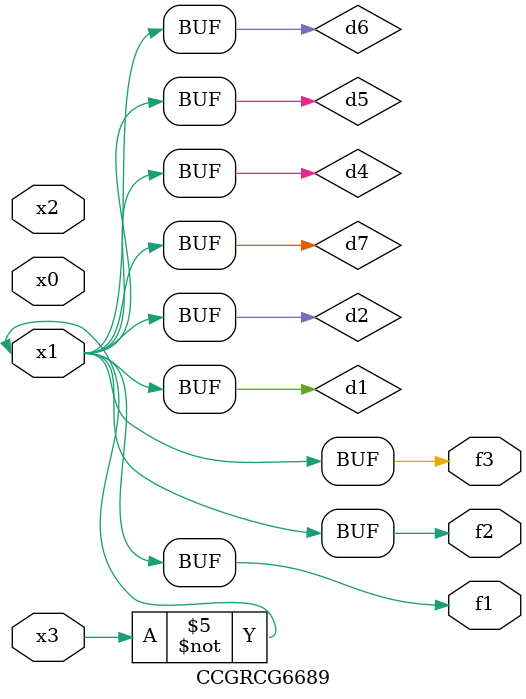
<source format=v>
module CCGRCG6689(
	input x0, x1, x2, x3,
	output f1, f2, f3
);

	wire d1, d2, d3, d4, d5, d6, d7;

	not (d1, x3);
	buf (d2, x1);
	xnor (d3, d1, d2);
	nor (d4, d1);
	buf (d5, d1, d2);
	buf (d6, d4, d5);
	nand (d7, d4);
	assign f1 = d6;
	assign f2 = d7;
	assign f3 = d6;
endmodule

</source>
